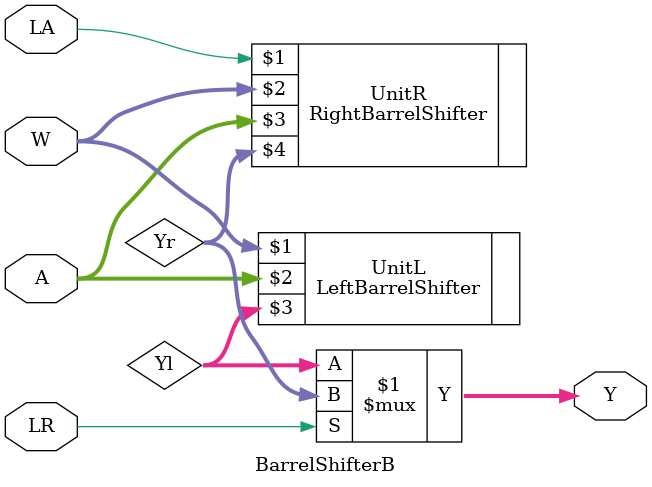
<source format=v>
module BarrelShifterB #
(
    parameter WIDTH = 32
)
(
    input  wire LR,
    input  wire LA,
    input  wire [$clog2(WIDTH) - 1 : 0] W,
    input  wire [WIDTH         - 1 : 0] A,
    output wire [WIDTH         - 1 : 0] Y
);

wire [WIDTH - 1 : 0] Yl;
wire [WIDTH - 1 : 0] Yr;

LeftBarrelShifter  #(0, WIDTH) UnitL     (W, A, Yl);
RightBarrelShifter #(1, WIDTH) UnitR (LA, W, A, Yr);

assign Y = LR ? Yr : Yl;

endmodule
</source>
